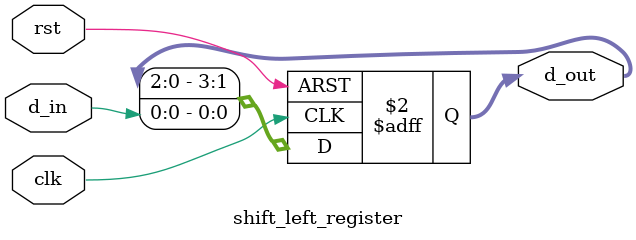
<source format=v>
module lab3_ex7(SW,LEDR,LEDG);
	input [17:0] SW;
	output [17:0] LEDR;
	output [7:0]LEDG;
	assign LEDR=SW;
	shift_left_register DUT(.clk(SW[2]), .rst(SW[1]),.d_in(SW[0]),.d_out(LEDG[3:0]));
endmodule

module shift_left_register(
        input clk, // clock input
        input rst, // reset input
        input d_in, // data input
        output reg [3:0] d_out // data output
          );
        always @(posedge clk or posedge rst) begin
        if (rst) begin
                 d_out <= 4'b0000;
            end
        else
             d_out<={d_out[2:0],d_in};   
    end
endmodule
</source>
